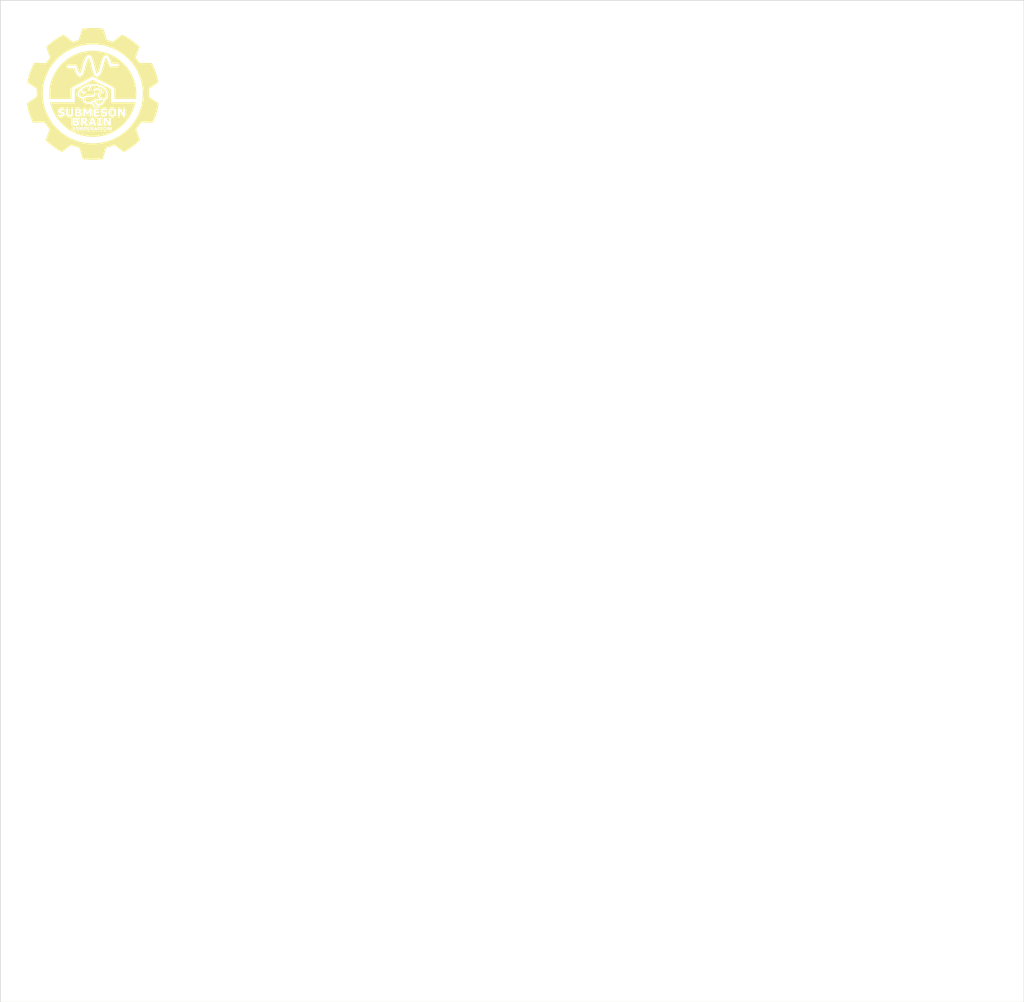
<source format=kicad_pcb>
(kicad_pcb (version 20241229) (generator "pcbnew") (generator_version "9.0")
  (layers (0 "F.Cu" signal) (2 "B.Cu" signal) (13 "F.Paste" user) (15 "B.Paste" user) (5 "F.SilkS" user "F.Silkscreen") (7 "B.SilkS" user "B.Silkscreen") (1 "F.Mask" user) (3 "B.Mask" user) (25 "Edge.Cuts" user))
  (net 0 "")
  (footprint "SBCLogo:SBCLogo" (layer "F.Cu") (at 57.6834 32.8168)
    (property "Reference" "G***" (hide yes))
    (property "Value" "LOGO" (hide yes))
  )
  (gr_rect (start 50.673 25.7302) (end 128.27 101.6762) (stroke (width 0.05)) (fill no) (layer "Edge.Cuts"))
)
</source>
